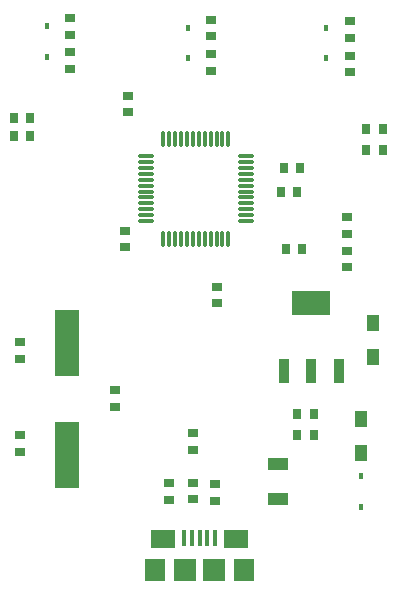
<source format=gbr>
%TF.GenerationSoftware,Altium Limited,Altium Designer,20.0.13 (296)*%
G04 Layer_Color=8421504*
%FSLAX25Y25*%
%MOIN*%
%TF.FileFunction,Paste,Top*%
%TF.Part,Single*%
G01*
G75*
%TA.AperFunction,SMDPad,CuDef*%
%ADD10R,0.03543X0.02756*%
%ADD11R,0.02756X0.03543*%
%ADD12R,0.08300X0.22000*%
%ADD13R,0.04331X0.05315*%
%ADD14R,0.12795X0.08465*%
%ADD15R,0.03740X0.08465*%
%ADD16O,0.05709X0.01181*%
%ADD17O,0.01181X0.05709*%
%ADD18R,0.01772X0.02165*%
%ADD19R,0.07480X0.07480*%
%ADD20R,0.07087X0.07480*%
%ADD21R,0.08268X0.06299*%
%ADD22R,0.01575X0.05315*%
%ADD23R,0.06693X0.04134*%
D10*
X455500Y233256D02*
D03*
Y227744D02*
D03*
X491500Y315512D02*
D03*
Y310000D02*
D03*
X455500Y202256D02*
D03*
Y196744D02*
D03*
X521000Y246244D02*
D03*
Y251756D02*
D03*
X490500Y264988D02*
D03*
Y270500D02*
D03*
X564500Y258244D02*
D03*
Y263756D02*
D03*
X513000Y197488D02*
D03*
Y203000D02*
D03*
X505000Y180744D02*
D03*
Y186256D02*
D03*
X513000Y181000D02*
D03*
Y186512D02*
D03*
X520500Y186012D02*
D03*
Y180500D02*
D03*
X565374Y323244D02*
D03*
Y328756D02*
D03*
Y340256D02*
D03*
Y334744D02*
D03*
X519000Y323744D02*
D03*
Y329256D02*
D03*
Y340756D02*
D03*
Y335244D02*
D03*
X472000Y324488D02*
D03*
Y330000D02*
D03*
Y341256D02*
D03*
Y335744D02*
D03*
X487000Y211744D02*
D03*
Y217256D02*
D03*
X564500Y269488D02*
D03*
Y275000D02*
D03*
D11*
X547756Y283500D02*
D03*
X542244D02*
D03*
X549500Y264500D02*
D03*
X543988D02*
D03*
X548756Y291500D02*
D03*
X543244D02*
D03*
X547744Y209500D02*
D03*
X553256D02*
D03*
X547744Y202500D02*
D03*
X553256D02*
D03*
X570744Y297500D02*
D03*
X576256D02*
D03*
X570744Y304500D02*
D03*
X576256D02*
D03*
X458756Y302000D02*
D03*
X453244D02*
D03*
X458756Y308000D02*
D03*
X453244D02*
D03*
D12*
X471000Y233201D02*
D03*
Y195801D02*
D03*
D13*
X573000Y239610D02*
D03*
Y228390D02*
D03*
X569000Y207610D02*
D03*
Y196390D02*
D03*
D14*
X552500Y246417D02*
D03*
D15*
X561555Y223583D02*
D03*
X552500D02*
D03*
X543445D02*
D03*
D16*
X530634Y273673D02*
D03*
Y275642D02*
D03*
Y277610D02*
D03*
Y279579D02*
D03*
Y281547D02*
D03*
Y283516D02*
D03*
Y285484D02*
D03*
Y287453D02*
D03*
Y289421D02*
D03*
Y291390D02*
D03*
Y293358D02*
D03*
Y295327D02*
D03*
X497366D02*
D03*
Y293358D02*
D03*
Y291390D02*
D03*
Y289421D02*
D03*
Y287453D02*
D03*
Y285484D02*
D03*
Y283516D02*
D03*
Y281547D02*
D03*
Y279579D02*
D03*
Y277610D02*
D03*
Y275642D02*
D03*
Y273673D02*
D03*
D17*
X524827Y301134D02*
D03*
X522858D02*
D03*
X520890D02*
D03*
X518921D02*
D03*
X516953D02*
D03*
X514984D02*
D03*
X513016D02*
D03*
X511047D02*
D03*
X509079D02*
D03*
X507110D02*
D03*
X505142D02*
D03*
X503173D02*
D03*
Y267866D02*
D03*
X505142D02*
D03*
X507110D02*
D03*
X509079D02*
D03*
X511047D02*
D03*
X513016D02*
D03*
X514984D02*
D03*
X516953D02*
D03*
X518921D02*
D03*
X520890D02*
D03*
X522858D02*
D03*
X524827D02*
D03*
D18*
X569000Y178500D02*
D03*
Y188736D02*
D03*
X557374Y338118D02*
D03*
Y327882D02*
D03*
X464500Y338618D02*
D03*
Y328382D02*
D03*
X511500Y338118D02*
D03*
Y327882D02*
D03*
D19*
X519949Y157500D02*
D03*
X510500D02*
D03*
D20*
X530185D02*
D03*
X500264D02*
D03*
D21*
X527429Y167539D02*
D03*
X503020D02*
D03*
D22*
X520342Y168032D02*
D03*
X510106D02*
D03*
X512665D02*
D03*
X517783D02*
D03*
X515224D02*
D03*
D23*
X541500Y192807D02*
D03*
Y181193D02*
D03*
%TF.MD5,81e8ce72311629f35ce0447a3eee3594*%
M02*

</source>
